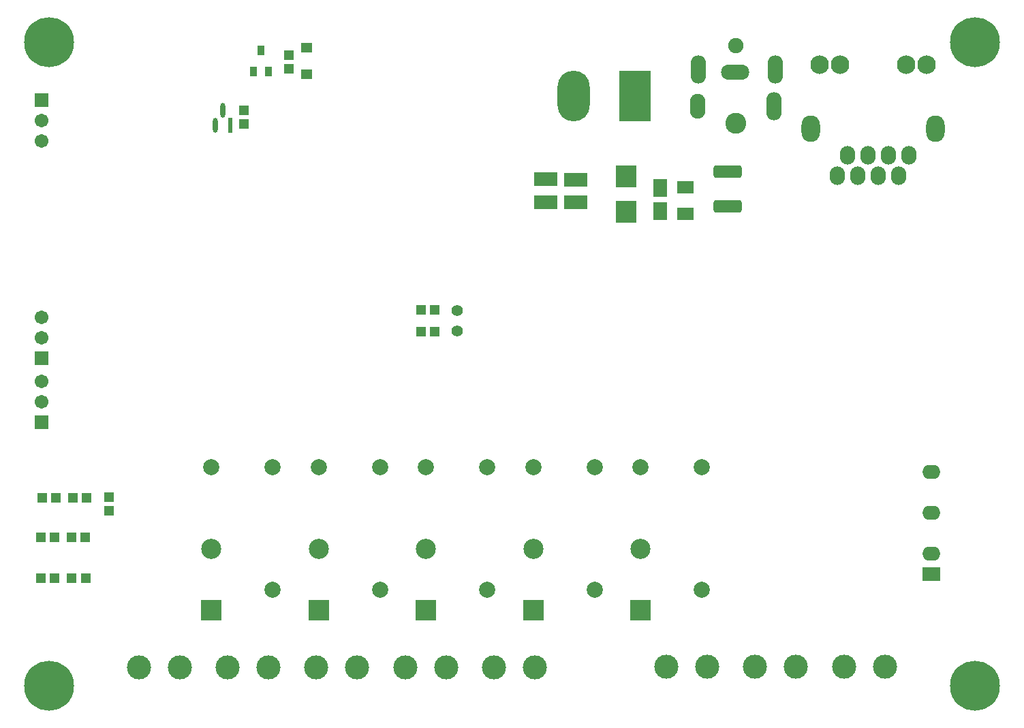
<source format=gbs>
G04*
G04 #@! TF.GenerationSoftware,Altium Limited,Altium Designer,20.2.6 (244)*
G04*
G04 Layer_Color=16711935*
%FSLAX24Y24*%
%MOIN*%
G70*
G04*
G04 #@! TF.SameCoordinates,6B0B31F8-34BC-4807-AF79-D9433D138100*
G04*
G04*
G04 #@! TF.FilePolarity,Negative*
G04*
G01*
G75*
%ADD64R,0.0472X0.0512*%
%ADD69R,0.0512X0.0472*%
%ADD70R,0.0552X0.0474*%
%ADD79R,0.0671X0.0671*%
%ADD93R,0.1143X0.0710*%
%ADD94C,0.0749*%
%ADD95O,0.1379X0.0749*%
%ADD96O,0.0749X0.1222*%
%ADD97O,0.0749X0.1379*%
%ADD98C,0.1025*%
%ADD99C,0.1180*%
%ADD100R,0.0984X0.0984*%
%ADD101C,0.0984*%
%ADD102C,0.0787*%
%ADD103C,0.2442*%
%ADD104O,0.1580X0.2480*%
%ADD105R,0.1580X0.2480*%
%ADD106C,0.0560*%
%ADD107O,0.0748X0.0906*%
%ADD108C,0.0906*%
%ADD109O,0.0906X0.1299*%
%ADD110R,0.0880X0.0680*%
%ADD111O,0.0880X0.0680*%
%ADD112C,0.0671*%
G04:AMPARAMS|DCode=141|XSize=71.8mil|YSize=24.3mil|CornerRadius=12.2mil|HoleSize=0mil|Usage=FLASHONLY|Rotation=90.000|XOffset=0mil|YOffset=0mil|HoleType=Round|Shape=RoundedRectangle|*
%AMROUNDEDRECTD141*
21,1,0.0718,0.0000,0,0,90.0*
21,1,0.0475,0.0243,0,0,90.0*
1,1,0.0243,0.0000,0.0237*
1,1,0.0243,0.0000,-0.0237*
1,1,0.0243,0.0000,-0.0237*
1,1,0.0243,0.0000,0.0237*
%
%ADD141ROUNDEDRECTD141*%
%ADD142R,0.0243X0.0718*%
%ADD148R,0.0356X0.0513*%
%ADD149R,0.0986X0.1064*%
%ADD150R,0.0651X0.0887*%
%ADD151R,0.0789X0.0611*%
G04:AMPARAMS|DCode=152|XSize=60.8mil|YSize=137.5mil|CornerRadius=10.6mil|HoleSize=0mil|Usage=FLASHONLY|Rotation=90.000|XOffset=0mil|YOffset=0mil|HoleType=Round|Shape=RoundedRectangle|*
%AMROUNDEDRECTD152*
21,1,0.0608,0.1163,0,0,90.0*
21,1,0.0396,0.1375,0,0,90.0*
1,1,0.0212,0.0582,0.0198*
1,1,0.0212,0.0582,-0.0198*
1,1,0.0212,-0.0582,-0.0198*
1,1,0.0212,-0.0582,0.0198*
%
%ADD152ROUNDEDRECTD152*%
D64*
X4110Y10415D02*
D03*
Y9745D02*
D03*
X12910Y31385D02*
D03*
Y32055D02*
D03*
X10710Y28690D02*
D03*
Y29359D02*
D03*
D69*
X2955Y6440D02*
D03*
X2285D02*
D03*
X1445D02*
D03*
X775D02*
D03*
X2340Y10380D02*
D03*
X3009D02*
D03*
X2271Y8430D02*
D03*
X2940D02*
D03*
X19365Y19560D02*
D03*
X20035D02*
D03*
X19375Y18510D02*
D03*
X20045D02*
D03*
X831Y10380D02*
D03*
X1500D02*
D03*
X765Y8430D02*
D03*
X1435D02*
D03*
D70*
X13780Y32410D02*
D03*
Y31110D02*
D03*
D79*
X800Y29850D02*
D03*
Y17210D02*
D03*
Y14080D02*
D03*
D93*
X25460Y25960D02*
D03*
Y24858D02*
D03*
X26940Y25940D02*
D03*
Y24838D02*
D03*
D94*
X34768Y32516D02*
D03*
D95*
X34750Y31200D02*
D03*
D96*
X32893Y29528D02*
D03*
D97*
X36643D02*
D03*
X36693Y31328D02*
D03*
X32943D02*
D03*
D98*
X34768Y28717D02*
D03*
D99*
X37717Y2100D02*
D03*
X35717D02*
D03*
X40060D02*
D03*
X42060D02*
D03*
X31373D02*
D03*
X33373D02*
D03*
X18595Y2090D02*
D03*
X20595D02*
D03*
X5560D02*
D03*
X7560D02*
D03*
X11905D02*
D03*
X9905D02*
D03*
X16250D02*
D03*
X14250D02*
D03*
X22940D02*
D03*
X24940D02*
D03*
D100*
X19610Y4860D02*
D03*
X9110D02*
D03*
X14360D02*
D03*
X24860D02*
D03*
X30110D02*
D03*
D101*
X19610Y7860D02*
D03*
X9110D02*
D03*
X14360D02*
D03*
X24860D02*
D03*
X30110D02*
D03*
D102*
X19610Y11860D02*
D03*
X22610Y5860D02*
D03*
Y11860D02*
D03*
X12110Y5860D02*
D03*
Y11860D02*
D03*
X9110D02*
D03*
X17360D02*
D03*
Y5860D02*
D03*
X14360Y11860D02*
D03*
X27860D02*
D03*
Y5860D02*
D03*
X24860Y11860D02*
D03*
X30110D02*
D03*
X33110Y5860D02*
D03*
Y11860D02*
D03*
D103*
X46460Y1180D02*
D03*
X1184D02*
D03*
X46471Y32690D02*
D03*
X1184Y32676D02*
D03*
X46460Y1180D02*
D03*
X1184D02*
D03*
D104*
X26850Y30050D02*
D03*
D105*
X29850D02*
D03*
D106*
X21150Y19530D02*
D03*
Y18530D02*
D03*
D107*
X43232Y27140D02*
D03*
X42232D02*
D03*
X41232D02*
D03*
X40232D02*
D03*
X39732Y26140D02*
D03*
X40732D02*
D03*
X42732D02*
D03*
X41732D02*
D03*
D108*
X44088Y31569D02*
D03*
X43088D02*
D03*
X39872D02*
D03*
X38872D02*
D03*
D109*
X38431Y28439D02*
D03*
X44529D02*
D03*
D110*
X44340Y6650D02*
D03*
D111*
Y7650D02*
D03*
Y9650D02*
D03*
Y11650D02*
D03*
D112*
X800Y27850D02*
D03*
Y28850D02*
D03*
Y19210D02*
D03*
Y18210D02*
D03*
Y16080D02*
D03*
Y15080D02*
D03*
D141*
X9300Y28600D02*
D03*
X9674Y29356D02*
D03*
D142*
X10048Y28600D02*
D03*
D148*
X11914Y31258D02*
D03*
X11166D02*
D03*
X11540Y32282D02*
D03*
D149*
X29400Y24384D02*
D03*
Y26106D02*
D03*
D150*
X31070Y24420D02*
D03*
Y25542D02*
D03*
D151*
X32290Y25579D02*
D03*
Y24260D02*
D03*
D152*
X34370Y26333D02*
D03*
Y24640D02*
D03*
M02*

</source>
